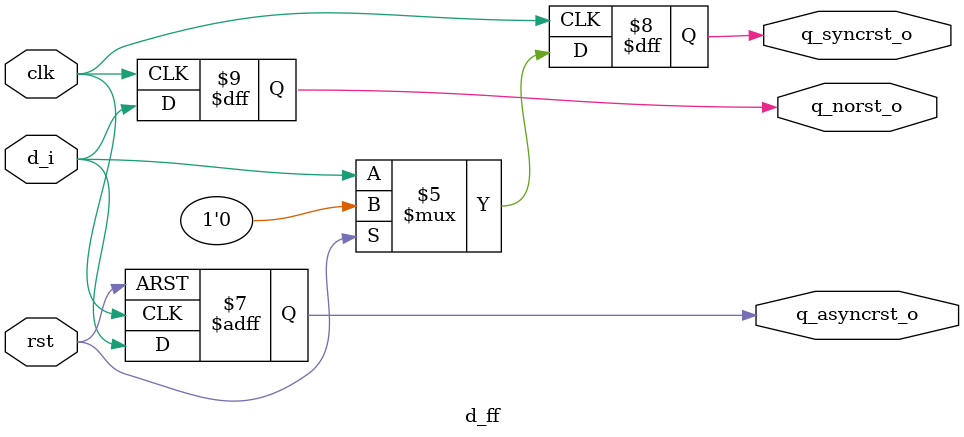
<source format=sv>
/*design different flavours of D flipflop using sv constructs. 

d_i           => The input to the flop D-pin
q_norst_o     => Output from the non-resettable flop
q_syncrst_o   => Output from the flop with synchronous reset
q_asyncrst_o  => Output from the flop with asynchronous reset */

module d_ff (
    input logic clk,
    input logic rst,
    input logic d_i,

    output logic q_norst_o,
    output logic q_syncrst_o,
    output logic q_asyncrst_o 
);

 always_ff @(posedge clk)
    q_norst_o <= d_i;

  // Sync reset
  always_ff @(posedge clk)
    if (rst)
      q_syncrst_o <= 1'b0;
    else
      q_syncrst_o <= d_i;

  // Async reset
  always_ff @(posedge clk or posedge rst)
    if (rst)
      q_asyncrst_o <= 1'b0;
    else
      q_asyncrst_o <= d_i;


 endmodule


 
</source>
